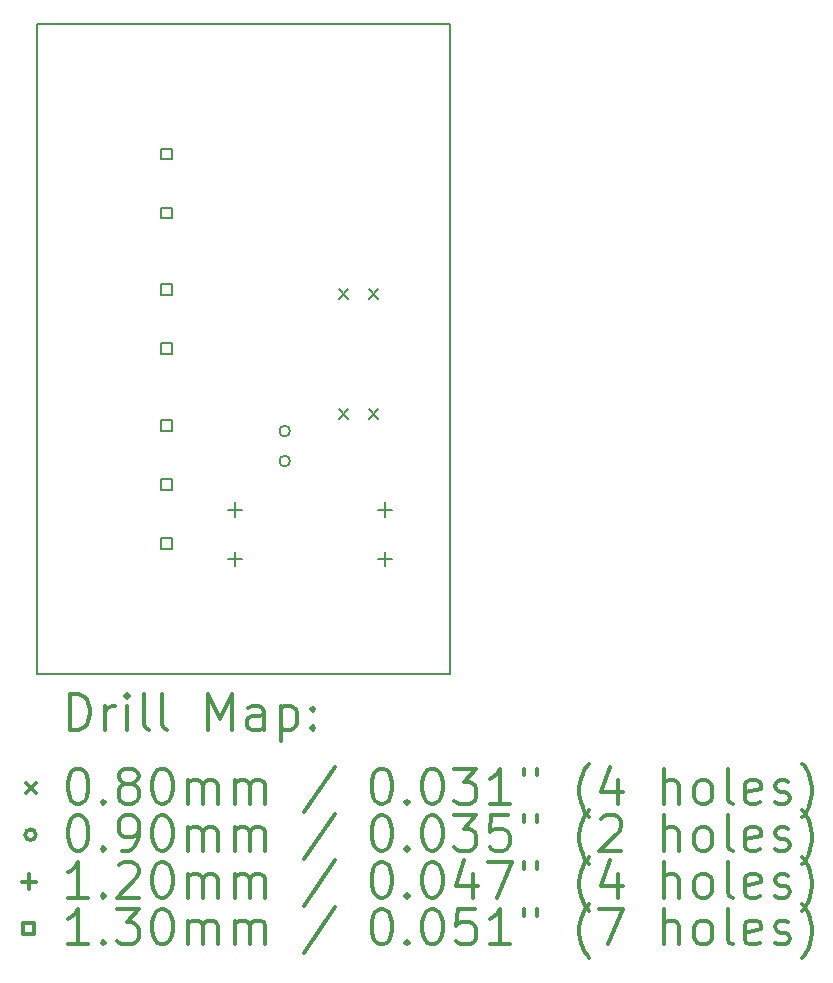
<source format=gbr>
%FSLAX45Y45*%
G04 Gerber Fmt 4.5, Leading zero omitted, Abs format (unit mm)*
G04 Created by KiCad (PCBNEW (5.0.1)-3) date 2/16/2019 9:55:55 PM*
%MOMM*%
%LPD*%
G01*
G04 APERTURE LIST*
%ADD10C,0.150000*%
%ADD11C,0.200000*%
%ADD12C,0.300000*%
G04 APERTURE END LIST*
D10*
X9000000Y-11000000D02*
X8900000Y-11000000D01*
X9600000Y-11000000D02*
X9000000Y-11000000D01*
X9600000Y-11000000D02*
X12400000Y-11000000D01*
X8900000Y-5500000D02*
X8900000Y-11000000D01*
X12400000Y-5500000D02*
X8900000Y-5500000D01*
X12400000Y-11000000D02*
X12400000Y-5500000D01*
D11*
X11460000Y-7744000D02*
X11540000Y-7824000D01*
X11540000Y-7744000D02*
X11460000Y-7824000D01*
X11460000Y-8760000D02*
X11540000Y-8840000D01*
X11540000Y-8760000D02*
X11460000Y-8840000D01*
X11714000Y-7744000D02*
X11794000Y-7824000D01*
X11794000Y-7744000D02*
X11714000Y-7824000D01*
X11714000Y-8760000D02*
X11794000Y-8840000D01*
X11794000Y-8760000D02*
X11714000Y-8840000D01*
X11045000Y-8946000D02*
G75*
G03X11045000Y-8946000I-45000J0D01*
G01*
X11045000Y-9200000D02*
G75*
G03X11045000Y-9200000I-45000J0D01*
G01*
X10580000Y-9550000D02*
X10580000Y-9670000D01*
X10520000Y-9610000D02*
X10640000Y-9610000D01*
X11850000Y-9550000D02*
X11850000Y-9670000D01*
X11790000Y-9610000D02*
X11910000Y-9610000D01*
X10580000Y-9970000D02*
X10580000Y-10090000D01*
X10520000Y-10030000D02*
X10640000Y-10030000D01*
X11850000Y-9970000D02*
X11850000Y-10090000D01*
X11790000Y-10030000D02*
X11910000Y-10030000D01*
X10045962Y-6645962D02*
X10045962Y-6554038D01*
X9954038Y-6554038D01*
X9954038Y-6645962D01*
X10045962Y-6645962D01*
X10045962Y-7145962D02*
X10045962Y-7054038D01*
X9954038Y-7054038D01*
X9954038Y-7145962D01*
X10045962Y-7145962D01*
X10045962Y-8945962D02*
X10045962Y-8854038D01*
X9954038Y-8854038D01*
X9954038Y-8945962D01*
X10045962Y-8945962D01*
X10045962Y-9445962D02*
X10045962Y-9354038D01*
X9954038Y-9354038D01*
X9954038Y-9445962D01*
X10045962Y-9445962D01*
X10045962Y-9945962D02*
X10045962Y-9854038D01*
X9954038Y-9854038D01*
X9954038Y-9945962D01*
X10045962Y-9945962D01*
X10045962Y-7795962D02*
X10045962Y-7704038D01*
X9954038Y-7704038D01*
X9954038Y-7795962D01*
X10045962Y-7795962D01*
X10045962Y-8295962D02*
X10045962Y-8204038D01*
X9954038Y-8204038D01*
X9954038Y-8295962D01*
X10045962Y-8295962D01*
D12*
X9178928Y-11473214D02*
X9178928Y-11173214D01*
X9250357Y-11173214D01*
X9293214Y-11187500D01*
X9321786Y-11216071D01*
X9336071Y-11244643D01*
X9350357Y-11301786D01*
X9350357Y-11344643D01*
X9336071Y-11401786D01*
X9321786Y-11430357D01*
X9293214Y-11458929D01*
X9250357Y-11473214D01*
X9178928Y-11473214D01*
X9478928Y-11473214D02*
X9478928Y-11273214D01*
X9478928Y-11330357D02*
X9493214Y-11301786D01*
X9507500Y-11287500D01*
X9536071Y-11273214D01*
X9564643Y-11273214D01*
X9664643Y-11473214D02*
X9664643Y-11273214D01*
X9664643Y-11173214D02*
X9650357Y-11187500D01*
X9664643Y-11201786D01*
X9678928Y-11187500D01*
X9664643Y-11173214D01*
X9664643Y-11201786D01*
X9850357Y-11473214D02*
X9821786Y-11458929D01*
X9807500Y-11430357D01*
X9807500Y-11173214D01*
X10007500Y-11473214D02*
X9978928Y-11458929D01*
X9964643Y-11430357D01*
X9964643Y-11173214D01*
X10350357Y-11473214D02*
X10350357Y-11173214D01*
X10450357Y-11387500D01*
X10550357Y-11173214D01*
X10550357Y-11473214D01*
X10821786Y-11473214D02*
X10821786Y-11316071D01*
X10807500Y-11287500D01*
X10778928Y-11273214D01*
X10721786Y-11273214D01*
X10693214Y-11287500D01*
X10821786Y-11458929D02*
X10793214Y-11473214D01*
X10721786Y-11473214D01*
X10693214Y-11458929D01*
X10678928Y-11430357D01*
X10678928Y-11401786D01*
X10693214Y-11373214D01*
X10721786Y-11358929D01*
X10793214Y-11358929D01*
X10821786Y-11344643D01*
X10964643Y-11273214D02*
X10964643Y-11573214D01*
X10964643Y-11287500D02*
X10993214Y-11273214D01*
X11050357Y-11273214D01*
X11078928Y-11287500D01*
X11093214Y-11301786D01*
X11107500Y-11330357D01*
X11107500Y-11416071D01*
X11093214Y-11444643D01*
X11078928Y-11458929D01*
X11050357Y-11473214D01*
X10993214Y-11473214D01*
X10964643Y-11458929D01*
X11236071Y-11444643D02*
X11250357Y-11458929D01*
X11236071Y-11473214D01*
X11221786Y-11458929D01*
X11236071Y-11444643D01*
X11236071Y-11473214D01*
X11236071Y-11287500D02*
X11250357Y-11301786D01*
X11236071Y-11316071D01*
X11221786Y-11301786D01*
X11236071Y-11287500D01*
X11236071Y-11316071D01*
X8812500Y-11927500D02*
X8892500Y-12007500D01*
X8892500Y-11927500D02*
X8812500Y-12007500D01*
X9236071Y-11803214D02*
X9264643Y-11803214D01*
X9293214Y-11817500D01*
X9307500Y-11831786D01*
X9321786Y-11860357D01*
X9336071Y-11917500D01*
X9336071Y-11988929D01*
X9321786Y-12046071D01*
X9307500Y-12074643D01*
X9293214Y-12088929D01*
X9264643Y-12103214D01*
X9236071Y-12103214D01*
X9207500Y-12088929D01*
X9193214Y-12074643D01*
X9178928Y-12046071D01*
X9164643Y-11988929D01*
X9164643Y-11917500D01*
X9178928Y-11860357D01*
X9193214Y-11831786D01*
X9207500Y-11817500D01*
X9236071Y-11803214D01*
X9464643Y-12074643D02*
X9478928Y-12088929D01*
X9464643Y-12103214D01*
X9450357Y-12088929D01*
X9464643Y-12074643D01*
X9464643Y-12103214D01*
X9650357Y-11931786D02*
X9621786Y-11917500D01*
X9607500Y-11903214D01*
X9593214Y-11874643D01*
X9593214Y-11860357D01*
X9607500Y-11831786D01*
X9621786Y-11817500D01*
X9650357Y-11803214D01*
X9707500Y-11803214D01*
X9736071Y-11817500D01*
X9750357Y-11831786D01*
X9764643Y-11860357D01*
X9764643Y-11874643D01*
X9750357Y-11903214D01*
X9736071Y-11917500D01*
X9707500Y-11931786D01*
X9650357Y-11931786D01*
X9621786Y-11946071D01*
X9607500Y-11960357D01*
X9593214Y-11988929D01*
X9593214Y-12046071D01*
X9607500Y-12074643D01*
X9621786Y-12088929D01*
X9650357Y-12103214D01*
X9707500Y-12103214D01*
X9736071Y-12088929D01*
X9750357Y-12074643D01*
X9764643Y-12046071D01*
X9764643Y-11988929D01*
X9750357Y-11960357D01*
X9736071Y-11946071D01*
X9707500Y-11931786D01*
X9950357Y-11803214D02*
X9978928Y-11803214D01*
X10007500Y-11817500D01*
X10021786Y-11831786D01*
X10036071Y-11860357D01*
X10050357Y-11917500D01*
X10050357Y-11988929D01*
X10036071Y-12046071D01*
X10021786Y-12074643D01*
X10007500Y-12088929D01*
X9978928Y-12103214D01*
X9950357Y-12103214D01*
X9921786Y-12088929D01*
X9907500Y-12074643D01*
X9893214Y-12046071D01*
X9878928Y-11988929D01*
X9878928Y-11917500D01*
X9893214Y-11860357D01*
X9907500Y-11831786D01*
X9921786Y-11817500D01*
X9950357Y-11803214D01*
X10178928Y-12103214D02*
X10178928Y-11903214D01*
X10178928Y-11931786D02*
X10193214Y-11917500D01*
X10221786Y-11903214D01*
X10264643Y-11903214D01*
X10293214Y-11917500D01*
X10307500Y-11946071D01*
X10307500Y-12103214D01*
X10307500Y-11946071D02*
X10321786Y-11917500D01*
X10350357Y-11903214D01*
X10393214Y-11903214D01*
X10421786Y-11917500D01*
X10436071Y-11946071D01*
X10436071Y-12103214D01*
X10578928Y-12103214D02*
X10578928Y-11903214D01*
X10578928Y-11931786D02*
X10593214Y-11917500D01*
X10621786Y-11903214D01*
X10664643Y-11903214D01*
X10693214Y-11917500D01*
X10707500Y-11946071D01*
X10707500Y-12103214D01*
X10707500Y-11946071D02*
X10721786Y-11917500D01*
X10750357Y-11903214D01*
X10793214Y-11903214D01*
X10821786Y-11917500D01*
X10836071Y-11946071D01*
X10836071Y-12103214D01*
X11421786Y-11788929D02*
X11164643Y-12174643D01*
X11807500Y-11803214D02*
X11836071Y-11803214D01*
X11864643Y-11817500D01*
X11878928Y-11831786D01*
X11893214Y-11860357D01*
X11907500Y-11917500D01*
X11907500Y-11988929D01*
X11893214Y-12046071D01*
X11878928Y-12074643D01*
X11864643Y-12088929D01*
X11836071Y-12103214D01*
X11807500Y-12103214D01*
X11778928Y-12088929D01*
X11764643Y-12074643D01*
X11750357Y-12046071D01*
X11736071Y-11988929D01*
X11736071Y-11917500D01*
X11750357Y-11860357D01*
X11764643Y-11831786D01*
X11778928Y-11817500D01*
X11807500Y-11803214D01*
X12036071Y-12074643D02*
X12050357Y-12088929D01*
X12036071Y-12103214D01*
X12021786Y-12088929D01*
X12036071Y-12074643D01*
X12036071Y-12103214D01*
X12236071Y-11803214D02*
X12264643Y-11803214D01*
X12293214Y-11817500D01*
X12307500Y-11831786D01*
X12321786Y-11860357D01*
X12336071Y-11917500D01*
X12336071Y-11988929D01*
X12321786Y-12046071D01*
X12307500Y-12074643D01*
X12293214Y-12088929D01*
X12264643Y-12103214D01*
X12236071Y-12103214D01*
X12207500Y-12088929D01*
X12193214Y-12074643D01*
X12178928Y-12046071D01*
X12164643Y-11988929D01*
X12164643Y-11917500D01*
X12178928Y-11860357D01*
X12193214Y-11831786D01*
X12207500Y-11817500D01*
X12236071Y-11803214D01*
X12436071Y-11803214D02*
X12621786Y-11803214D01*
X12521786Y-11917500D01*
X12564643Y-11917500D01*
X12593214Y-11931786D01*
X12607500Y-11946071D01*
X12621786Y-11974643D01*
X12621786Y-12046071D01*
X12607500Y-12074643D01*
X12593214Y-12088929D01*
X12564643Y-12103214D01*
X12478928Y-12103214D01*
X12450357Y-12088929D01*
X12436071Y-12074643D01*
X12907500Y-12103214D02*
X12736071Y-12103214D01*
X12821786Y-12103214D02*
X12821786Y-11803214D01*
X12793214Y-11846071D01*
X12764643Y-11874643D01*
X12736071Y-11888929D01*
X13021786Y-11803214D02*
X13021786Y-11860357D01*
X13136071Y-11803214D02*
X13136071Y-11860357D01*
X13578928Y-12217500D02*
X13564643Y-12203214D01*
X13536071Y-12160357D01*
X13521786Y-12131786D01*
X13507500Y-12088929D01*
X13493214Y-12017500D01*
X13493214Y-11960357D01*
X13507500Y-11888929D01*
X13521786Y-11846071D01*
X13536071Y-11817500D01*
X13564643Y-11774643D01*
X13578928Y-11760357D01*
X13821786Y-11903214D02*
X13821786Y-12103214D01*
X13750357Y-11788929D02*
X13678928Y-12003214D01*
X13864643Y-12003214D01*
X14207500Y-12103214D02*
X14207500Y-11803214D01*
X14336071Y-12103214D02*
X14336071Y-11946071D01*
X14321786Y-11917500D01*
X14293214Y-11903214D01*
X14250357Y-11903214D01*
X14221786Y-11917500D01*
X14207500Y-11931786D01*
X14521786Y-12103214D02*
X14493214Y-12088929D01*
X14478928Y-12074643D01*
X14464643Y-12046071D01*
X14464643Y-11960357D01*
X14478928Y-11931786D01*
X14493214Y-11917500D01*
X14521786Y-11903214D01*
X14564643Y-11903214D01*
X14593214Y-11917500D01*
X14607500Y-11931786D01*
X14621786Y-11960357D01*
X14621786Y-12046071D01*
X14607500Y-12074643D01*
X14593214Y-12088929D01*
X14564643Y-12103214D01*
X14521786Y-12103214D01*
X14793214Y-12103214D02*
X14764643Y-12088929D01*
X14750357Y-12060357D01*
X14750357Y-11803214D01*
X15021786Y-12088929D02*
X14993214Y-12103214D01*
X14936071Y-12103214D01*
X14907500Y-12088929D01*
X14893214Y-12060357D01*
X14893214Y-11946071D01*
X14907500Y-11917500D01*
X14936071Y-11903214D01*
X14993214Y-11903214D01*
X15021786Y-11917500D01*
X15036071Y-11946071D01*
X15036071Y-11974643D01*
X14893214Y-12003214D01*
X15150357Y-12088929D02*
X15178928Y-12103214D01*
X15236071Y-12103214D01*
X15264643Y-12088929D01*
X15278928Y-12060357D01*
X15278928Y-12046071D01*
X15264643Y-12017500D01*
X15236071Y-12003214D01*
X15193214Y-12003214D01*
X15164643Y-11988929D01*
X15150357Y-11960357D01*
X15150357Y-11946071D01*
X15164643Y-11917500D01*
X15193214Y-11903214D01*
X15236071Y-11903214D01*
X15264643Y-11917500D01*
X15378928Y-12217500D02*
X15393214Y-12203214D01*
X15421786Y-12160357D01*
X15436071Y-12131786D01*
X15450357Y-12088929D01*
X15464643Y-12017500D01*
X15464643Y-11960357D01*
X15450357Y-11888929D01*
X15436071Y-11846071D01*
X15421786Y-11817500D01*
X15393214Y-11774643D01*
X15378928Y-11760357D01*
X8892500Y-12363500D02*
G75*
G03X8892500Y-12363500I-45000J0D01*
G01*
X9236071Y-12199214D02*
X9264643Y-12199214D01*
X9293214Y-12213500D01*
X9307500Y-12227786D01*
X9321786Y-12256357D01*
X9336071Y-12313500D01*
X9336071Y-12384929D01*
X9321786Y-12442071D01*
X9307500Y-12470643D01*
X9293214Y-12484929D01*
X9264643Y-12499214D01*
X9236071Y-12499214D01*
X9207500Y-12484929D01*
X9193214Y-12470643D01*
X9178928Y-12442071D01*
X9164643Y-12384929D01*
X9164643Y-12313500D01*
X9178928Y-12256357D01*
X9193214Y-12227786D01*
X9207500Y-12213500D01*
X9236071Y-12199214D01*
X9464643Y-12470643D02*
X9478928Y-12484929D01*
X9464643Y-12499214D01*
X9450357Y-12484929D01*
X9464643Y-12470643D01*
X9464643Y-12499214D01*
X9621786Y-12499214D02*
X9678928Y-12499214D01*
X9707500Y-12484929D01*
X9721786Y-12470643D01*
X9750357Y-12427786D01*
X9764643Y-12370643D01*
X9764643Y-12256357D01*
X9750357Y-12227786D01*
X9736071Y-12213500D01*
X9707500Y-12199214D01*
X9650357Y-12199214D01*
X9621786Y-12213500D01*
X9607500Y-12227786D01*
X9593214Y-12256357D01*
X9593214Y-12327786D01*
X9607500Y-12356357D01*
X9621786Y-12370643D01*
X9650357Y-12384929D01*
X9707500Y-12384929D01*
X9736071Y-12370643D01*
X9750357Y-12356357D01*
X9764643Y-12327786D01*
X9950357Y-12199214D02*
X9978928Y-12199214D01*
X10007500Y-12213500D01*
X10021786Y-12227786D01*
X10036071Y-12256357D01*
X10050357Y-12313500D01*
X10050357Y-12384929D01*
X10036071Y-12442071D01*
X10021786Y-12470643D01*
X10007500Y-12484929D01*
X9978928Y-12499214D01*
X9950357Y-12499214D01*
X9921786Y-12484929D01*
X9907500Y-12470643D01*
X9893214Y-12442071D01*
X9878928Y-12384929D01*
X9878928Y-12313500D01*
X9893214Y-12256357D01*
X9907500Y-12227786D01*
X9921786Y-12213500D01*
X9950357Y-12199214D01*
X10178928Y-12499214D02*
X10178928Y-12299214D01*
X10178928Y-12327786D02*
X10193214Y-12313500D01*
X10221786Y-12299214D01*
X10264643Y-12299214D01*
X10293214Y-12313500D01*
X10307500Y-12342071D01*
X10307500Y-12499214D01*
X10307500Y-12342071D02*
X10321786Y-12313500D01*
X10350357Y-12299214D01*
X10393214Y-12299214D01*
X10421786Y-12313500D01*
X10436071Y-12342071D01*
X10436071Y-12499214D01*
X10578928Y-12499214D02*
X10578928Y-12299214D01*
X10578928Y-12327786D02*
X10593214Y-12313500D01*
X10621786Y-12299214D01*
X10664643Y-12299214D01*
X10693214Y-12313500D01*
X10707500Y-12342071D01*
X10707500Y-12499214D01*
X10707500Y-12342071D02*
X10721786Y-12313500D01*
X10750357Y-12299214D01*
X10793214Y-12299214D01*
X10821786Y-12313500D01*
X10836071Y-12342071D01*
X10836071Y-12499214D01*
X11421786Y-12184929D02*
X11164643Y-12570643D01*
X11807500Y-12199214D02*
X11836071Y-12199214D01*
X11864643Y-12213500D01*
X11878928Y-12227786D01*
X11893214Y-12256357D01*
X11907500Y-12313500D01*
X11907500Y-12384929D01*
X11893214Y-12442071D01*
X11878928Y-12470643D01*
X11864643Y-12484929D01*
X11836071Y-12499214D01*
X11807500Y-12499214D01*
X11778928Y-12484929D01*
X11764643Y-12470643D01*
X11750357Y-12442071D01*
X11736071Y-12384929D01*
X11736071Y-12313500D01*
X11750357Y-12256357D01*
X11764643Y-12227786D01*
X11778928Y-12213500D01*
X11807500Y-12199214D01*
X12036071Y-12470643D02*
X12050357Y-12484929D01*
X12036071Y-12499214D01*
X12021786Y-12484929D01*
X12036071Y-12470643D01*
X12036071Y-12499214D01*
X12236071Y-12199214D02*
X12264643Y-12199214D01*
X12293214Y-12213500D01*
X12307500Y-12227786D01*
X12321786Y-12256357D01*
X12336071Y-12313500D01*
X12336071Y-12384929D01*
X12321786Y-12442071D01*
X12307500Y-12470643D01*
X12293214Y-12484929D01*
X12264643Y-12499214D01*
X12236071Y-12499214D01*
X12207500Y-12484929D01*
X12193214Y-12470643D01*
X12178928Y-12442071D01*
X12164643Y-12384929D01*
X12164643Y-12313500D01*
X12178928Y-12256357D01*
X12193214Y-12227786D01*
X12207500Y-12213500D01*
X12236071Y-12199214D01*
X12436071Y-12199214D02*
X12621786Y-12199214D01*
X12521786Y-12313500D01*
X12564643Y-12313500D01*
X12593214Y-12327786D01*
X12607500Y-12342071D01*
X12621786Y-12370643D01*
X12621786Y-12442071D01*
X12607500Y-12470643D01*
X12593214Y-12484929D01*
X12564643Y-12499214D01*
X12478928Y-12499214D01*
X12450357Y-12484929D01*
X12436071Y-12470643D01*
X12893214Y-12199214D02*
X12750357Y-12199214D01*
X12736071Y-12342071D01*
X12750357Y-12327786D01*
X12778928Y-12313500D01*
X12850357Y-12313500D01*
X12878928Y-12327786D01*
X12893214Y-12342071D01*
X12907500Y-12370643D01*
X12907500Y-12442071D01*
X12893214Y-12470643D01*
X12878928Y-12484929D01*
X12850357Y-12499214D01*
X12778928Y-12499214D01*
X12750357Y-12484929D01*
X12736071Y-12470643D01*
X13021786Y-12199214D02*
X13021786Y-12256357D01*
X13136071Y-12199214D02*
X13136071Y-12256357D01*
X13578928Y-12613500D02*
X13564643Y-12599214D01*
X13536071Y-12556357D01*
X13521786Y-12527786D01*
X13507500Y-12484929D01*
X13493214Y-12413500D01*
X13493214Y-12356357D01*
X13507500Y-12284929D01*
X13521786Y-12242071D01*
X13536071Y-12213500D01*
X13564643Y-12170643D01*
X13578928Y-12156357D01*
X13678928Y-12227786D02*
X13693214Y-12213500D01*
X13721786Y-12199214D01*
X13793214Y-12199214D01*
X13821786Y-12213500D01*
X13836071Y-12227786D01*
X13850357Y-12256357D01*
X13850357Y-12284929D01*
X13836071Y-12327786D01*
X13664643Y-12499214D01*
X13850357Y-12499214D01*
X14207500Y-12499214D02*
X14207500Y-12199214D01*
X14336071Y-12499214D02*
X14336071Y-12342071D01*
X14321786Y-12313500D01*
X14293214Y-12299214D01*
X14250357Y-12299214D01*
X14221786Y-12313500D01*
X14207500Y-12327786D01*
X14521786Y-12499214D02*
X14493214Y-12484929D01*
X14478928Y-12470643D01*
X14464643Y-12442071D01*
X14464643Y-12356357D01*
X14478928Y-12327786D01*
X14493214Y-12313500D01*
X14521786Y-12299214D01*
X14564643Y-12299214D01*
X14593214Y-12313500D01*
X14607500Y-12327786D01*
X14621786Y-12356357D01*
X14621786Y-12442071D01*
X14607500Y-12470643D01*
X14593214Y-12484929D01*
X14564643Y-12499214D01*
X14521786Y-12499214D01*
X14793214Y-12499214D02*
X14764643Y-12484929D01*
X14750357Y-12456357D01*
X14750357Y-12199214D01*
X15021786Y-12484929D02*
X14993214Y-12499214D01*
X14936071Y-12499214D01*
X14907500Y-12484929D01*
X14893214Y-12456357D01*
X14893214Y-12342071D01*
X14907500Y-12313500D01*
X14936071Y-12299214D01*
X14993214Y-12299214D01*
X15021786Y-12313500D01*
X15036071Y-12342071D01*
X15036071Y-12370643D01*
X14893214Y-12399214D01*
X15150357Y-12484929D02*
X15178928Y-12499214D01*
X15236071Y-12499214D01*
X15264643Y-12484929D01*
X15278928Y-12456357D01*
X15278928Y-12442071D01*
X15264643Y-12413500D01*
X15236071Y-12399214D01*
X15193214Y-12399214D01*
X15164643Y-12384929D01*
X15150357Y-12356357D01*
X15150357Y-12342071D01*
X15164643Y-12313500D01*
X15193214Y-12299214D01*
X15236071Y-12299214D01*
X15264643Y-12313500D01*
X15378928Y-12613500D02*
X15393214Y-12599214D01*
X15421786Y-12556357D01*
X15436071Y-12527786D01*
X15450357Y-12484929D01*
X15464643Y-12413500D01*
X15464643Y-12356357D01*
X15450357Y-12284929D01*
X15436071Y-12242071D01*
X15421786Y-12213500D01*
X15393214Y-12170643D01*
X15378928Y-12156357D01*
X8832500Y-12699500D02*
X8832500Y-12819500D01*
X8772500Y-12759500D02*
X8892500Y-12759500D01*
X9336071Y-12895214D02*
X9164643Y-12895214D01*
X9250357Y-12895214D02*
X9250357Y-12595214D01*
X9221786Y-12638071D01*
X9193214Y-12666643D01*
X9164643Y-12680929D01*
X9464643Y-12866643D02*
X9478928Y-12880929D01*
X9464643Y-12895214D01*
X9450357Y-12880929D01*
X9464643Y-12866643D01*
X9464643Y-12895214D01*
X9593214Y-12623786D02*
X9607500Y-12609500D01*
X9636071Y-12595214D01*
X9707500Y-12595214D01*
X9736071Y-12609500D01*
X9750357Y-12623786D01*
X9764643Y-12652357D01*
X9764643Y-12680929D01*
X9750357Y-12723786D01*
X9578928Y-12895214D01*
X9764643Y-12895214D01*
X9950357Y-12595214D02*
X9978928Y-12595214D01*
X10007500Y-12609500D01*
X10021786Y-12623786D01*
X10036071Y-12652357D01*
X10050357Y-12709500D01*
X10050357Y-12780929D01*
X10036071Y-12838071D01*
X10021786Y-12866643D01*
X10007500Y-12880929D01*
X9978928Y-12895214D01*
X9950357Y-12895214D01*
X9921786Y-12880929D01*
X9907500Y-12866643D01*
X9893214Y-12838071D01*
X9878928Y-12780929D01*
X9878928Y-12709500D01*
X9893214Y-12652357D01*
X9907500Y-12623786D01*
X9921786Y-12609500D01*
X9950357Y-12595214D01*
X10178928Y-12895214D02*
X10178928Y-12695214D01*
X10178928Y-12723786D02*
X10193214Y-12709500D01*
X10221786Y-12695214D01*
X10264643Y-12695214D01*
X10293214Y-12709500D01*
X10307500Y-12738071D01*
X10307500Y-12895214D01*
X10307500Y-12738071D02*
X10321786Y-12709500D01*
X10350357Y-12695214D01*
X10393214Y-12695214D01*
X10421786Y-12709500D01*
X10436071Y-12738071D01*
X10436071Y-12895214D01*
X10578928Y-12895214D02*
X10578928Y-12695214D01*
X10578928Y-12723786D02*
X10593214Y-12709500D01*
X10621786Y-12695214D01*
X10664643Y-12695214D01*
X10693214Y-12709500D01*
X10707500Y-12738071D01*
X10707500Y-12895214D01*
X10707500Y-12738071D02*
X10721786Y-12709500D01*
X10750357Y-12695214D01*
X10793214Y-12695214D01*
X10821786Y-12709500D01*
X10836071Y-12738071D01*
X10836071Y-12895214D01*
X11421786Y-12580929D02*
X11164643Y-12966643D01*
X11807500Y-12595214D02*
X11836071Y-12595214D01*
X11864643Y-12609500D01*
X11878928Y-12623786D01*
X11893214Y-12652357D01*
X11907500Y-12709500D01*
X11907500Y-12780929D01*
X11893214Y-12838071D01*
X11878928Y-12866643D01*
X11864643Y-12880929D01*
X11836071Y-12895214D01*
X11807500Y-12895214D01*
X11778928Y-12880929D01*
X11764643Y-12866643D01*
X11750357Y-12838071D01*
X11736071Y-12780929D01*
X11736071Y-12709500D01*
X11750357Y-12652357D01*
X11764643Y-12623786D01*
X11778928Y-12609500D01*
X11807500Y-12595214D01*
X12036071Y-12866643D02*
X12050357Y-12880929D01*
X12036071Y-12895214D01*
X12021786Y-12880929D01*
X12036071Y-12866643D01*
X12036071Y-12895214D01*
X12236071Y-12595214D02*
X12264643Y-12595214D01*
X12293214Y-12609500D01*
X12307500Y-12623786D01*
X12321786Y-12652357D01*
X12336071Y-12709500D01*
X12336071Y-12780929D01*
X12321786Y-12838071D01*
X12307500Y-12866643D01*
X12293214Y-12880929D01*
X12264643Y-12895214D01*
X12236071Y-12895214D01*
X12207500Y-12880929D01*
X12193214Y-12866643D01*
X12178928Y-12838071D01*
X12164643Y-12780929D01*
X12164643Y-12709500D01*
X12178928Y-12652357D01*
X12193214Y-12623786D01*
X12207500Y-12609500D01*
X12236071Y-12595214D01*
X12593214Y-12695214D02*
X12593214Y-12895214D01*
X12521786Y-12580929D02*
X12450357Y-12795214D01*
X12636071Y-12795214D01*
X12721786Y-12595214D02*
X12921786Y-12595214D01*
X12793214Y-12895214D01*
X13021786Y-12595214D02*
X13021786Y-12652357D01*
X13136071Y-12595214D02*
X13136071Y-12652357D01*
X13578928Y-13009500D02*
X13564643Y-12995214D01*
X13536071Y-12952357D01*
X13521786Y-12923786D01*
X13507500Y-12880929D01*
X13493214Y-12809500D01*
X13493214Y-12752357D01*
X13507500Y-12680929D01*
X13521786Y-12638071D01*
X13536071Y-12609500D01*
X13564643Y-12566643D01*
X13578928Y-12552357D01*
X13821786Y-12695214D02*
X13821786Y-12895214D01*
X13750357Y-12580929D02*
X13678928Y-12795214D01*
X13864643Y-12795214D01*
X14207500Y-12895214D02*
X14207500Y-12595214D01*
X14336071Y-12895214D02*
X14336071Y-12738071D01*
X14321786Y-12709500D01*
X14293214Y-12695214D01*
X14250357Y-12695214D01*
X14221786Y-12709500D01*
X14207500Y-12723786D01*
X14521786Y-12895214D02*
X14493214Y-12880929D01*
X14478928Y-12866643D01*
X14464643Y-12838071D01*
X14464643Y-12752357D01*
X14478928Y-12723786D01*
X14493214Y-12709500D01*
X14521786Y-12695214D01*
X14564643Y-12695214D01*
X14593214Y-12709500D01*
X14607500Y-12723786D01*
X14621786Y-12752357D01*
X14621786Y-12838071D01*
X14607500Y-12866643D01*
X14593214Y-12880929D01*
X14564643Y-12895214D01*
X14521786Y-12895214D01*
X14793214Y-12895214D02*
X14764643Y-12880929D01*
X14750357Y-12852357D01*
X14750357Y-12595214D01*
X15021786Y-12880929D02*
X14993214Y-12895214D01*
X14936071Y-12895214D01*
X14907500Y-12880929D01*
X14893214Y-12852357D01*
X14893214Y-12738071D01*
X14907500Y-12709500D01*
X14936071Y-12695214D01*
X14993214Y-12695214D01*
X15021786Y-12709500D01*
X15036071Y-12738071D01*
X15036071Y-12766643D01*
X14893214Y-12795214D01*
X15150357Y-12880929D02*
X15178928Y-12895214D01*
X15236071Y-12895214D01*
X15264643Y-12880929D01*
X15278928Y-12852357D01*
X15278928Y-12838071D01*
X15264643Y-12809500D01*
X15236071Y-12795214D01*
X15193214Y-12795214D01*
X15164643Y-12780929D01*
X15150357Y-12752357D01*
X15150357Y-12738071D01*
X15164643Y-12709500D01*
X15193214Y-12695214D01*
X15236071Y-12695214D01*
X15264643Y-12709500D01*
X15378928Y-13009500D02*
X15393214Y-12995214D01*
X15421786Y-12952357D01*
X15436071Y-12923786D01*
X15450357Y-12880929D01*
X15464643Y-12809500D01*
X15464643Y-12752357D01*
X15450357Y-12680929D01*
X15436071Y-12638071D01*
X15421786Y-12609500D01*
X15393214Y-12566643D01*
X15378928Y-12552357D01*
X8873462Y-13201462D02*
X8873462Y-13109538D01*
X8781538Y-13109538D01*
X8781538Y-13201462D01*
X8873462Y-13201462D01*
X9336071Y-13291214D02*
X9164643Y-13291214D01*
X9250357Y-13291214D02*
X9250357Y-12991214D01*
X9221786Y-13034071D01*
X9193214Y-13062643D01*
X9164643Y-13076929D01*
X9464643Y-13262643D02*
X9478928Y-13276929D01*
X9464643Y-13291214D01*
X9450357Y-13276929D01*
X9464643Y-13262643D01*
X9464643Y-13291214D01*
X9578928Y-12991214D02*
X9764643Y-12991214D01*
X9664643Y-13105500D01*
X9707500Y-13105500D01*
X9736071Y-13119786D01*
X9750357Y-13134071D01*
X9764643Y-13162643D01*
X9764643Y-13234071D01*
X9750357Y-13262643D01*
X9736071Y-13276929D01*
X9707500Y-13291214D01*
X9621786Y-13291214D01*
X9593214Y-13276929D01*
X9578928Y-13262643D01*
X9950357Y-12991214D02*
X9978928Y-12991214D01*
X10007500Y-13005500D01*
X10021786Y-13019786D01*
X10036071Y-13048357D01*
X10050357Y-13105500D01*
X10050357Y-13176929D01*
X10036071Y-13234071D01*
X10021786Y-13262643D01*
X10007500Y-13276929D01*
X9978928Y-13291214D01*
X9950357Y-13291214D01*
X9921786Y-13276929D01*
X9907500Y-13262643D01*
X9893214Y-13234071D01*
X9878928Y-13176929D01*
X9878928Y-13105500D01*
X9893214Y-13048357D01*
X9907500Y-13019786D01*
X9921786Y-13005500D01*
X9950357Y-12991214D01*
X10178928Y-13291214D02*
X10178928Y-13091214D01*
X10178928Y-13119786D02*
X10193214Y-13105500D01*
X10221786Y-13091214D01*
X10264643Y-13091214D01*
X10293214Y-13105500D01*
X10307500Y-13134071D01*
X10307500Y-13291214D01*
X10307500Y-13134071D02*
X10321786Y-13105500D01*
X10350357Y-13091214D01*
X10393214Y-13091214D01*
X10421786Y-13105500D01*
X10436071Y-13134071D01*
X10436071Y-13291214D01*
X10578928Y-13291214D02*
X10578928Y-13091214D01*
X10578928Y-13119786D02*
X10593214Y-13105500D01*
X10621786Y-13091214D01*
X10664643Y-13091214D01*
X10693214Y-13105500D01*
X10707500Y-13134071D01*
X10707500Y-13291214D01*
X10707500Y-13134071D02*
X10721786Y-13105500D01*
X10750357Y-13091214D01*
X10793214Y-13091214D01*
X10821786Y-13105500D01*
X10836071Y-13134071D01*
X10836071Y-13291214D01*
X11421786Y-12976929D02*
X11164643Y-13362643D01*
X11807500Y-12991214D02*
X11836071Y-12991214D01*
X11864643Y-13005500D01*
X11878928Y-13019786D01*
X11893214Y-13048357D01*
X11907500Y-13105500D01*
X11907500Y-13176929D01*
X11893214Y-13234071D01*
X11878928Y-13262643D01*
X11864643Y-13276929D01*
X11836071Y-13291214D01*
X11807500Y-13291214D01*
X11778928Y-13276929D01*
X11764643Y-13262643D01*
X11750357Y-13234071D01*
X11736071Y-13176929D01*
X11736071Y-13105500D01*
X11750357Y-13048357D01*
X11764643Y-13019786D01*
X11778928Y-13005500D01*
X11807500Y-12991214D01*
X12036071Y-13262643D02*
X12050357Y-13276929D01*
X12036071Y-13291214D01*
X12021786Y-13276929D01*
X12036071Y-13262643D01*
X12036071Y-13291214D01*
X12236071Y-12991214D02*
X12264643Y-12991214D01*
X12293214Y-13005500D01*
X12307500Y-13019786D01*
X12321786Y-13048357D01*
X12336071Y-13105500D01*
X12336071Y-13176929D01*
X12321786Y-13234071D01*
X12307500Y-13262643D01*
X12293214Y-13276929D01*
X12264643Y-13291214D01*
X12236071Y-13291214D01*
X12207500Y-13276929D01*
X12193214Y-13262643D01*
X12178928Y-13234071D01*
X12164643Y-13176929D01*
X12164643Y-13105500D01*
X12178928Y-13048357D01*
X12193214Y-13019786D01*
X12207500Y-13005500D01*
X12236071Y-12991214D01*
X12607500Y-12991214D02*
X12464643Y-12991214D01*
X12450357Y-13134071D01*
X12464643Y-13119786D01*
X12493214Y-13105500D01*
X12564643Y-13105500D01*
X12593214Y-13119786D01*
X12607500Y-13134071D01*
X12621786Y-13162643D01*
X12621786Y-13234071D01*
X12607500Y-13262643D01*
X12593214Y-13276929D01*
X12564643Y-13291214D01*
X12493214Y-13291214D01*
X12464643Y-13276929D01*
X12450357Y-13262643D01*
X12907500Y-13291214D02*
X12736071Y-13291214D01*
X12821786Y-13291214D02*
X12821786Y-12991214D01*
X12793214Y-13034071D01*
X12764643Y-13062643D01*
X12736071Y-13076929D01*
X13021786Y-12991214D02*
X13021786Y-13048357D01*
X13136071Y-12991214D02*
X13136071Y-13048357D01*
X13578928Y-13405500D02*
X13564643Y-13391214D01*
X13536071Y-13348357D01*
X13521786Y-13319786D01*
X13507500Y-13276929D01*
X13493214Y-13205500D01*
X13493214Y-13148357D01*
X13507500Y-13076929D01*
X13521786Y-13034071D01*
X13536071Y-13005500D01*
X13564643Y-12962643D01*
X13578928Y-12948357D01*
X13664643Y-12991214D02*
X13864643Y-12991214D01*
X13736071Y-13291214D01*
X14207500Y-13291214D02*
X14207500Y-12991214D01*
X14336071Y-13291214D02*
X14336071Y-13134071D01*
X14321786Y-13105500D01*
X14293214Y-13091214D01*
X14250357Y-13091214D01*
X14221786Y-13105500D01*
X14207500Y-13119786D01*
X14521786Y-13291214D02*
X14493214Y-13276929D01*
X14478928Y-13262643D01*
X14464643Y-13234071D01*
X14464643Y-13148357D01*
X14478928Y-13119786D01*
X14493214Y-13105500D01*
X14521786Y-13091214D01*
X14564643Y-13091214D01*
X14593214Y-13105500D01*
X14607500Y-13119786D01*
X14621786Y-13148357D01*
X14621786Y-13234071D01*
X14607500Y-13262643D01*
X14593214Y-13276929D01*
X14564643Y-13291214D01*
X14521786Y-13291214D01*
X14793214Y-13291214D02*
X14764643Y-13276929D01*
X14750357Y-13248357D01*
X14750357Y-12991214D01*
X15021786Y-13276929D02*
X14993214Y-13291214D01*
X14936071Y-13291214D01*
X14907500Y-13276929D01*
X14893214Y-13248357D01*
X14893214Y-13134071D01*
X14907500Y-13105500D01*
X14936071Y-13091214D01*
X14993214Y-13091214D01*
X15021786Y-13105500D01*
X15036071Y-13134071D01*
X15036071Y-13162643D01*
X14893214Y-13191214D01*
X15150357Y-13276929D02*
X15178928Y-13291214D01*
X15236071Y-13291214D01*
X15264643Y-13276929D01*
X15278928Y-13248357D01*
X15278928Y-13234071D01*
X15264643Y-13205500D01*
X15236071Y-13191214D01*
X15193214Y-13191214D01*
X15164643Y-13176929D01*
X15150357Y-13148357D01*
X15150357Y-13134071D01*
X15164643Y-13105500D01*
X15193214Y-13091214D01*
X15236071Y-13091214D01*
X15264643Y-13105500D01*
X15378928Y-13405500D02*
X15393214Y-13391214D01*
X15421786Y-13348357D01*
X15436071Y-13319786D01*
X15450357Y-13276929D01*
X15464643Y-13205500D01*
X15464643Y-13148357D01*
X15450357Y-13076929D01*
X15436071Y-13034071D01*
X15421786Y-13005500D01*
X15393214Y-12962643D01*
X15378928Y-12948357D01*
M02*

</source>
